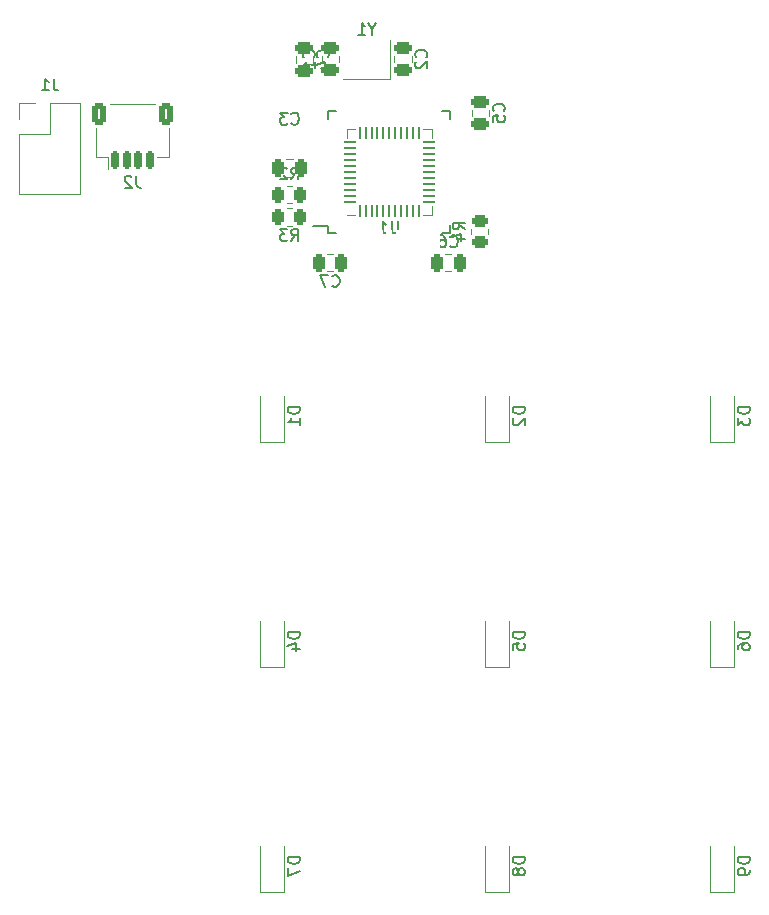
<source format=gbr>
%TF.GenerationSoftware,KiCad,Pcbnew,(6.99.0-3975-g9eb3854794)*%
%TF.CreationDate,2022-10-21T11:16:23+02:00*%
%TF.ProjectId,PCB Template,50434220-5465-46d7-906c-6174652e6b69,rev?*%
%TF.SameCoordinates,Original*%
%TF.FileFunction,Legend,Bot*%
%TF.FilePolarity,Positive*%
%FSLAX46Y46*%
G04 Gerber Fmt 4.6, Leading zero omitted, Abs format (unit mm)*
G04 Created by KiCad (PCBNEW (6.99.0-3975-g9eb3854794)) date 2022-10-21 11:16:23*
%MOMM*%
%LPD*%
G01*
G04 APERTURE LIST*
G04 Aperture macros list*
%AMRoundRect*
0 Rectangle with rounded corners*
0 $1 Rounding radius*
0 $2 $3 $4 $5 $6 $7 $8 $9 X,Y pos of 4 corners*
0 Add a 4 corners polygon primitive as box body*
4,1,4,$2,$3,$4,$5,$6,$7,$8,$9,$2,$3,0*
0 Add four circle primitives for the rounded corners*
1,1,$1+$1,$2,$3*
1,1,$1+$1,$4,$5*
1,1,$1+$1,$6,$7*
1,1,$1+$1,$8,$9*
0 Add four rect primitives between the rounded corners*
20,1,$1+$1,$2,$3,$4,$5,0*
20,1,$1+$1,$4,$5,$6,$7,0*
20,1,$1+$1,$6,$7,$8,$9,0*
20,1,$1+$1,$8,$9,$2,$3,0*%
%AMHorizOval*
0 Thick line with rounded ends*
0 $1 width*
0 $2 $3 position (X,Y) of the first rounded end (center of the circle)*
0 $4 $5 position (X,Y) of the second rounded end (center of the circle)*
0 Add line between two ends*
20,1,$1,$2,$3,$4,$5,0*
0 Add two circle primitives to create the rounded ends*
1,1,$1,$2,$3*
1,1,$1,$4,$5*%
G04 Aperture macros list end*
%ADD10C,0.150000*%
%ADD11C,0.120000*%
%ADD12C,1.750000*%
%ADD13C,3.987800*%
%ADD14HorizOval,2.250000X0.655001X0.730000X-0.655001X-0.730000X0*%
%ADD15C,2.250000*%
%ADD16HorizOval,2.250000X0.020000X0.290000X-0.020000X-0.290000X0*%
%ADD17C,3.500000*%
%ADD18C,3.500001*%
%ADD19RoundRect,0.150000X-0.150000X-0.625000X0.150000X-0.625000X0.150000X0.625000X-0.150000X0.625000X0*%
%ADD20RoundRect,0.250000X-0.350000X-0.650000X0.350000X-0.650000X0.350000X0.650000X-0.350000X0.650000X0*%
%ADD21R,1.200000X0.900000*%
%ADD22RoundRect,0.250000X0.250000X0.475000X-0.250000X0.475000X-0.250000X-0.475000X0.250000X-0.475000X0*%
%ADD23RoundRect,0.250000X0.475000X-0.250000X0.475000X0.250000X-0.475000X0.250000X-0.475000X-0.250000X0*%
%ADD24RoundRect,0.250000X-0.250000X-0.475000X0.250000X-0.475000X0.250000X0.475000X-0.250000X0.475000X0*%
%ADD25RoundRect,0.250000X-0.475000X0.250000X-0.475000X-0.250000X0.475000X-0.250000X0.475000X0.250000X0*%
%ADD26RoundRect,0.250000X-0.262500X-0.450000X0.262500X-0.450000X0.262500X0.450000X-0.262500X0.450000X0*%
%ADD27R,1.500000X0.550000*%
%ADD28RoundRect,0.062500X-0.475000X-0.062500X0.475000X-0.062500X0.475000X0.062500X-0.475000X0.062500X0*%
%ADD29R,0.550000X1.500000*%
%ADD30RoundRect,0.062500X-0.062500X-0.475000X0.062500X-0.475000X0.062500X0.475000X-0.062500X0.475000X0*%
%ADD31RoundRect,0.055000X-0.055000X-0.482500X0.055000X-0.482500X0.055000X0.482500X-0.055000X0.482500X0*%
%ADD32R,5.200000X5.200000*%
%ADD33RoundRect,0.250000X0.262500X0.450000X-0.262500X0.450000X-0.262500X-0.450000X0.262500X-0.450000X0*%
%ADD34R,1.700000X1.700000*%
%ADD35O,1.700000X1.700000*%
%ADD36RoundRect,0.250000X-0.450000X0.262500X-0.450000X-0.262500X0.450000X-0.262500X0.450000X0.262500X0*%
%ADD37R,1.400000X1.200000*%
G04 APERTURE END LIST*
D10*
%TO.C,J2*%
X109983333Y-68327380D02*
X109983333Y-69041666D01*
X109983333Y-69041666D02*
X110030952Y-69184523D01*
X110030952Y-69184523D02*
X110126190Y-69279761D01*
X110126190Y-69279761D02*
X110269047Y-69327380D01*
X110269047Y-69327380D02*
X110364285Y-69327380D01*
X109554761Y-68422619D02*
X109507142Y-68375000D01*
X109507142Y-68375000D02*
X109411904Y-68327380D01*
X109411904Y-68327380D02*
X109173809Y-68327380D01*
X109173809Y-68327380D02*
X109078571Y-68375000D01*
X109078571Y-68375000D02*
X109030952Y-68422619D01*
X109030952Y-68422619D02*
X108983333Y-68517857D01*
X108983333Y-68517857D02*
X108983333Y-68613095D01*
X108983333Y-68613095D02*
X109030952Y-68755952D01*
X109030952Y-68755952D02*
X109602380Y-69327380D01*
X109602380Y-69327380D02*
X108983333Y-69327380D01*
%TO.C,D6*%
X161906130Y-106974405D02*
X160906130Y-106974405D01*
X160906130Y-106974405D02*
X160906130Y-107212500D01*
X160906130Y-107212500D02*
X160953750Y-107355357D01*
X160953750Y-107355357D02*
X161048988Y-107450595D01*
X161048988Y-107450595D02*
X161144226Y-107498214D01*
X161144226Y-107498214D02*
X161334702Y-107545833D01*
X161334702Y-107545833D02*
X161477559Y-107545833D01*
X161477559Y-107545833D02*
X161668035Y-107498214D01*
X161668035Y-107498214D02*
X161763273Y-107450595D01*
X161763273Y-107450595D02*
X161858511Y-107355357D01*
X161858511Y-107355357D02*
X161906130Y-107212500D01*
X161906130Y-107212500D02*
X161906130Y-106974405D01*
X160906130Y-108402976D02*
X160906130Y-108212500D01*
X160906130Y-108212500D02*
X160953750Y-108117262D01*
X160953750Y-108117262D02*
X161001369Y-108069643D01*
X161001369Y-108069643D02*
X161144226Y-107974405D01*
X161144226Y-107974405D02*
X161334702Y-107926786D01*
X161334702Y-107926786D02*
X161715654Y-107926786D01*
X161715654Y-107926786D02*
X161810892Y-107974405D01*
X161810892Y-107974405D02*
X161858511Y-108022024D01*
X161858511Y-108022024D02*
X161906130Y-108117262D01*
X161906130Y-108117262D02*
X161906130Y-108307738D01*
X161906130Y-108307738D02*
X161858511Y-108402976D01*
X161858511Y-108402976D02*
X161810892Y-108450595D01*
X161810892Y-108450595D02*
X161715654Y-108498214D01*
X161715654Y-108498214D02*
X161477559Y-108498214D01*
X161477559Y-108498214D02*
X161382321Y-108450595D01*
X161382321Y-108450595D02*
X161334702Y-108402976D01*
X161334702Y-108402976D02*
X161287083Y-108307738D01*
X161287083Y-108307738D02*
X161287083Y-108117262D01*
X161287083Y-108117262D02*
X161334702Y-108022024D01*
X161334702Y-108022024D02*
X161382321Y-107974405D01*
X161382321Y-107974405D02*
X161477559Y-107926786D01*
%TO.C,C3*%
X123106666Y-63894642D02*
X123154285Y-63942261D01*
X123154285Y-63942261D02*
X123297142Y-63989880D01*
X123297142Y-63989880D02*
X123392380Y-63989880D01*
X123392380Y-63989880D02*
X123535237Y-63942261D01*
X123535237Y-63942261D02*
X123630475Y-63847023D01*
X123630475Y-63847023D02*
X123678094Y-63751785D01*
X123678094Y-63751785D02*
X123725713Y-63561309D01*
X123725713Y-63561309D02*
X123725713Y-63418452D01*
X123725713Y-63418452D02*
X123678094Y-63227976D01*
X123678094Y-63227976D02*
X123630475Y-63132738D01*
X123630475Y-63132738D02*
X123535237Y-63037500D01*
X123535237Y-63037500D02*
X123392380Y-62989880D01*
X123392380Y-62989880D02*
X123297142Y-62989880D01*
X123297142Y-62989880D02*
X123154285Y-63037500D01*
X123154285Y-63037500D02*
X123106666Y-63085119D01*
X122773332Y-62989880D02*
X122154285Y-62989880D01*
X122154285Y-62989880D02*
X122487618Y-63370833D01*
X122487618Y-63370833D02*
X122344761Y-63370833D01*
X122344761Y-63370833D02*
X122249523Y-63418452D01*
X122249523Y-63418452D02*
X122201904Y-63466071D01*
X122201904Y-63466071D02*
X122154285Y-63561309D01*
X122154285Y-63561309D02*
X122154285Y-63799404D01*
X122154285Y-63799404D02*
X122201904Y-63894642D01*
X122201904Y-63894642D02*
X122249523Y-63942261D01*
X122249523Y-63942261D02*
X122344761Y-63989880D01*
X122344761Y-63989880D02*
X122630475Y-63989880D01*
X122630475Y-63989880D02*
X122725713Y-63942261D01*
X122725713Y-63942261D02*
X122773332Y-63894642D01*
%TO.C,C2*%
X134502142Y-58285833D02*
X134549761Y-58238214D01*
X134549761Y-58238214D02*
X134597380Y-58095357D01*
X134597380Y-58095357D02*
X134597380Y-58000119D01*
X134597380Y-58000119D02*
X134549761Y-57857262D01*
X134549761Y-57857262D02*
X134454523Y-57762024D01*
X134454523Y-57762024D02*
X134359285Y-57714405D01*
X134359285Y-57714405D02*
X134168809Y-57666786D01*
X134168809Y-57666786D02*
X134025952Y-57666786D01*
X134025952Y-57666786D02*
X133835476Y-57714405D01*
X133835476Y-57714405D02*
X133740238Y-57762024D01*
X133740238Y-57762024D02*
X133645000Y-57857262D01*
X133645000Y-57857262D02*
X133597380Y-58000119D01*
X133597380Y-58000119D02*
X133597380Y-58095357D01*
X133597380Y-58095357D02*
X133645000Y-58238214D01*
X133645000Y-58238214D02*
X133692619Y-58285833D01*
X133692619Y-58666786D02*
X133645000Y-58714405D01*
X133645000Y-58714405D02*
X133597380Y-58809643D01*
X133597380Y-58809643D02*
X133597380Y-59047738D01*
X133597380Y-59047738D02*
X133645000Y-59142976D01*
X133645000Y-59142976D02*
X133692619Y-59190595D01*
X133692619Y-59190595D02*
X133787857Y-59238214D01*
X133787857Y-59238214D02*
X133883095Y-59238214D01*
X133883095Y-59238214D02*
X134025952Y-59190595D01*
X134025952Y-59190595D02*
X134597380Y-58619167D01*
X134597380Y-58619167D02*
X134597380Y-59238214D01*
%TO.C,D5*%
X142856130Y-106974405D02*
X141856130Y-106974405D01*
X141856130Y-106974405D02*
X141856130Y-107212500D01*
X141856130Y-107212500D02*
X141903750Y-107355357D01*
X141903750Y-107355357D02*
X141998988Y-107450595D01*
X141998988Y-107450595D02*
X142094226Y-107498214D01*
X142094226Y-107498214D02*
X142284702Y-107545833D01*
X142284702Y-107545833D02*
X142427559Y-107545833D01*
X142427559Y-107545833D02*
X142618035Y-107498214D01*
X142618035Y-107498214D02*
X142713273Y-107450595D01*
X142713273Y-107450595D02*
X142808511Y-107355357D01*
X142808511Y-107355357D02*
X142856130Y-107212500D01*
X142856130Y-107212500D02*
X142856130Y-106974405D01*
X141856130Y-108450595D02*
X141856130Y-107974405D01*
X141856130Y-107974405D02*
X142332321Y-107926786D01*
X142332321Y-107926786D02*
X142284702Y-107974405D01*
X142284702Y-107974405D02*
X142237083Y-108069643D01*
X142237083Y-108069643D02*
X142237083Y-108307738D01*
X142237083Y-108307738D02*
X142284702Y-108402976D01*
X142284702Y-108402976D02*
X142332321Y-108450595D01*
X142332321Y-108450595D02*
X142427559Y-108498214D01*
X142427559Y-108498214D02*
X142665654Y-108498214D01*
X142665654Y-108498214D02*
X142760892Y-108450595D01*
X142760892Y-108450595D02*
X142808511Y-108402976D01*
X142808511Y-108402976D02*
X142856130Y-108307738D01*
X142856130Y-108307738D02*
X142856130Y-108069643D01*
X142856130Y-108069643D02*
X142808511Y-107974405D01*
X142808511Y-107974405D02*
X142760892Y-107926786D01*
%TO.C,C7*%
X126556666Y-77644642D02*
X126604285Y-77692261D01*
X126604285Y-77692261D02*
X126747142Y-77739880D01*
X126747142Y-77739880D02*
X126842380Y-77739880D01*
X126842380Y-77739880D02*
X126985237Y-77692261D01*
X126985237Y-77692261D02*
X127080475Y-77597023D01*
X127080475Y-77597023D02*
X127128094Y-77501785D01*
X127128094Y-77501785D02*
X127175713Y-77311309D01*
X127175713Y-77311309D02*
X127175713Y-77168452D01*
X127175713Y-77168452D02*
X127128094Y-76977976D01*
X127128094Y-76977976D02*
X127080475Y-76882738D01*
X127080475Y-76882738D02*
X126985237Y-76787500D01*
X126985237Y-76787500D02*
X126842380Y-76739880D01*
X126842380Y-76739880D02*
X126747142Y-76739880D01*
X126747142Y-76739880D02*
X126604285Y-76787500D01*
X126604285Y-76787500D02*
X126556666Y-76835119D01*
X126223332Y-76739880D02*
X125556666Y-76739880D01*
X125556666Y-76739880D02*
X125985237Y-77739880D01*
%TO.C,C1*%
X124982142Y-58285833D02*
X125029761Y-58238214D01*
X125029761Y-58238214D02*
X125077380Y-58095357D01*
X125077380Y-58095357D02*
X125077380Y-58000119D01*
X125077380Y-58000119D02*
X125029761Y-57857262D01*
X125029761Y-57857262D02*
X124934523Y-57762024D01*
X124934523Y-57762024D02*
X124839285Y-57714405D01*
X124839285Y-57714405D02*
X124648809Y-57666786D01*
X124648809Y-57666786D02*
X124505952Y-57666786D01*
X124505952Y-57666786D02*
X124315476Y-57714405D01*
X124315476Y-57714405D02*
X124220238Y-57762024D01*
X124220238Y-57762024D02*
X124125000Y-57857262D01*
X124125000Y-57857262D02*
X124077380Y-58000119D01*
X124077380Y-58000119D02*
X124077380Y-58095357D01*
X124077380Y-58095357D02*
X124125000Y-58238214D01*
X124125000Y-58238214D02*
X124172619Y-58285833D01*
X125077380Y-59238214D02*
X125077380Y-58666786D01*
X125077380Y-58952500D02*
X124077380Y-58952500D01*
X124077380Y-58952500D02*
X124220238Y-58857262D01*
X124220238Y-58857262D02*
X124315476Y-58762024D01*
X124315476Y-58762024D02*
X124363095Y-58666786D01*
%TO.C,C6*%
X136556666Y-74284642D02*
X136604285Y-74332261D01*
X136604285Y-74332261D02*
X136747142Y-74379880D01*
X136747142Y-74379880D02*
X136842380Y-74379880D01*
X136842380Y-74379880D02*
X136985237Y-74332261D01*
X136985237Y-74332261D02*
X137080475Y-74237023D01*
X137080475Y-74237023D02*
X137128094Y-74141785D01*
X137128094Y-74141785D02*
X137175713Y-73951309D01*
X137175713Y-73951309D02*
X137175713Y-73808452D01*
X137175713Y-73808452D02*
X137128094Y-73617976D01*
X137128094Y-73617976D02*
X137080475Y-73522738D01*
X137080475Y-73522738D02*
X136985237Y-73427500D01*
X136985237Y-73427500D02*
X136842380Y-73379880D01*
X136842380Y-73379880D02*
X136747142Y-73379880D01*
X136747142Y-73379880D02*
X136604285Y-73427500D01*
X136604285Y-73427500D02*
X136556666Y-73475119D01*
X135699523Y-73379880D02*
X135889999Y-73379880D01*
X135889999Y-73379880D02*
X135985237Y-73427500D01*
X135985237Y-73427500D02*
X136032856Y-73475119D01*
X136032856Y-73475119D02*
X136128094Y-73617976D01*
X136128094Y-73617976D02*
X136175713Y-73808452D01*
X136175713Y-73808452D02*
X136175713Y-74189404D01*
X136175713Y-74189404D02*
X136128094Y-74284642D01*
X136128094Y-74284642D02*
X136080475Y-74332261D01*
X136080475Y-74332261D02*
X135985237Y-74379880D01*
X135985237Y-74379880D02*
X135794761Y-74379880D01*
X135794761Y-74379880D02*
X135699523Y-74332261D01*
X135699523Y-74332261D02*
X135651904Y-74284642D01*
X135651904Y-74284642D02*
X135604285Y-74189404D01*
X135604285Y-74189404D02*
X135604285Y-73951309D01*
X135604285Y-73951309D02*
X135651904Y-73856071D01*
X135651904Y-73856071D02*
X135699523Y-73808452D01*
X135699523Y-73808452D02*
X135794761Y-73760833D01*
X135794761Y-73760833D02*
X135985237Y-73760833D01*
X135985237Y-73760833D02*
X136080475Y-73808452D01*
X136080475Y-73808452D02*
X136128094Y-73856071D01*
X136128094Y-73856071D02*
X136175713Y-73951309D01*
%TO.C,R3*%
X123086666Y-73839880D02*
X123419999Y-73363690D01*
X123658094Y-73839880D02*
X123658094Y-72839880D01*
X123658094Y-72839880D02*
X123277142Y-72839880D01*
X123277142Y-72839880D02*
X123181904Y-72887500D01*
X123181904Y-72887500D02*
X123134285Y-72935119D01*
X123134285Y-72935119D02*
X123086666Y-73030357D01*
X123086666Y-73030357D02*
X123086666Y-73173214D01*
X123086666Y-73173214D02*
X123134285Y-73268452D01*
X123134285Y-73268452D02*
X123181904Y-73316071D01*
X123181904Y-73316071D02*
X123277142Y-73363690D01*
X123277142Y-73363690D02*
X123658094Y-73363690D01*
X122753332Y-72839880D02*
X122134285Y-72839880D01*
X122134285Y-72839880D02*
X122467618Y-73220833D01*
X122467618Y-73220833D02*
X122324761Y-73220833D01*
X122324761Y-73220833D02*
X122229523Y-73268452D01*
X122229523Y-73268452D02*
X122181904Y-73316071D01*
X122181904Y-73316071D02*
X122134285Y-73411309D01*
X122134285Y-73411309D02*
X122134285Y-73649404D01*
X122134285Y-73649404D02*
X122181904Y-73744642D01*
X122181904Y-73744642D02*
X122229523Y-73792261D01*
X122229523Y-73792261D02*
X122324761Y-73839880D01*
X122324761Y-73839880D02*
X122610475Y-73839880D01*
X122610475Y-73839880D02*
X122705713Y-73792261D01*
X122705713Y-73792261D02*
X122753332Y-73744642D01*
%TO.C,U1*%
X132151904Y-72197380D02*
X132151904Y-73006904D01*
X132151904Y-73006904D02*
X132104285Y-73102142D01*
X132104285Y-73102142D02*
X132056666Y-73149761D01*
X132056666Y-73149761D02*
X131961428Y-73197380D01*
X131961428Y-73197380D02*
X131770952Y-73197380D01*
X131770952Y-73197380D02*
X131675714Y-73149761D01*
X131675714Y-73149761D02*
X131628095Y-73102142D01*
X131628095Y-73102142D02*
X131580476Y-73006904D01*
X131580476Y-73006904D02*
X131580476Y-72197380D01*
X130580476Y-73197380D02*
X131151904Y-73197380D01*
X130866190Y-73197380D02*
X130866190Y-72197380D01*
X130866190Y-72197380D02*
X130961428Y-72340238D01*
X130961428Y-72340238D02*
X131056666Y-72435476D01*
X131056666Y-72435476D02*
X131151904Y-72483095D01*
%TO.C,D7*%
X123806130Y-126024405D02*
X122806130Y-126024405D01*
X122806130Y-126024405D02*
X122806130Y-126262500D01*
X122806130Y-126262500D02*
X122853750Y-126405357D01*
X122853750Y-126405357D02*
X122948988Y-126500595D01*
X122948988Y-126500595D02*
X123044226Y-126548214D01*
X123044226Y-126548214D02*
X123234702Y-126595833D01*
X123234702Y-126595833D02*
X123377559Y-126595833D01*
X123377559Y-126595833D02*
X123568035Y-126548214D01*
X123568035Y-126548214D02*
X123663273Y-126500595D01*
X123663273Y-126500595D02*
X123758511Y-126405357D01*
X123758511Y-126405357D02*
X123806130Y-126262500D01*
X123806130Y-126262500D02*
X123806130Y-126024405D01*
X122806130Y-126929167D02*
X122806130Y-127595833D01*
X122806130Y-127595833D02*
X123806130Y-127167262D01*
%TO.C,D4*%
X123806130Y-106974405D02*
X122806130Y-106974405D01*
X122806130Y-106974405D02*
X122806130Y-107212500D01*
X122806130Y-107212500D02*
X122853750Y-107355357D01*
X122853750Y-107355357D02*
X122948988Y-107450595D01*
X122948988Y-107450595D02*
X123044226Y-107498214D01*
X123044226Y-107498214D02*
X123234702Y-107545833D01*
X123234702Y-107545833D02*
X123377559Y-107545833D01*
X123377559Y-107545833D02*
X123568035Y-107498214D01*
X123568035Y-107498214D02*
X123663273Y-107450595D01*
X123663273Y-107450595D02*
X123758511Y-107355357D01*
X123758511Y-107355357D02*
X123806130Y-107212500D01*
X123806130Y-107212500D02*
X123806130Y-106974405D01*
X123139464Y-108402976D02*
X123806130Y-108402976D01*
X122758511Y-108164881D02*
X123472797Y-107926786D01*
X123472797Y-107926786D02*
X123472797Y-108545833D01*
%TO.C,R2*%
X123086666Y-68639880D02*
X123419999Y-68163690D01*
X123658094Y-68639880D02*
X123658094Y-67639880D01*
X123658094Y-67639880D02*
X123277142Y-67639880D01*
X123277142Y-67639880D02*
X123181904Y-67687500D01*
X123181904Y-67687500D02*
X123134285Y-67735119D01*
X123134285Y-67735119D02*
X123086666Y-67830357D01*
X123086666Y-67830357D02*
X123086666Y-67973214D01*
X123086666Y-67973214D02*
X123134285Y-68068452D01*
X123134285Y-68068452D02*
X123181904Y-68116071D01*
X123181904Y-68116071D02*
X123277142Y-68163690D01*
X123277142Y-68163690D02*
X123658094Y-68163690D01*
X122705713Y-67735119D02*
X122658094Y-67687500D01*
X122658094Y-67687500D02*
X122562856Y-67639880D01*
X122562856Y-67639880D02*
X122324761Y-67639880D01*
X122324761Y-67639880D02*
X122229523Y-67687500D01*
X122229523Y-67687500D02*
X122181904Y-67735119D01*
X122181904Y-67735119D02*
X122134285Y-67830357D01*
X122134285Y-67830357D02*
X122134285Y-67925595D01*
X122134285Y-67925595D02*
X122181904Y-68068452D01*
X122181904Y-68068452D02*
X122753332Y-68639880D01*
X122753332Y-68639880D02*
X122134285Y-68639880D01*
%TO.C,D2*%
X142856130Y-87924405D02*
X141856130Y-87924405D01*
X141856130Y-87924405D02*
X141856130Y-88162500D01*
X141856130Y-88162500D02*
X141903750Y-88305357D01*
X141903750Y-88305357D02*
X141998988Y-88400595D01*
X141998988Y-88400595D02*
X142094226Y-88448214D01*
X142094226Y-88448214D02*
X142284702Y-88495833D01*
X142284702Y-88495833D02*
X142427559Y-88495833D01*
X142427559Y-88495833D02*
X142618035Y-88448214D01*
X142618035Y-88448214D02*
X142713273Y-88400595D01*
X142713273Y-88400595D02*
X142808511Y-88305357D01*
X142808511Y-88305357D02*
X142856130Y-88162500D01*
X142856130Y-88162500D02*
X142856130Y-87924405D01*
X141951369Y-88876786D02*
X141903750Y-88924405D01*
X141903750Y-88924405D02*
X141856130Y-89019643D01*
X141856130Y-89019643D02*
X141856130Y-89257738D01*
X141856130Y-89257738D02*
X141903750Y-89352976D01*
X141903750Y-89352976D02*
X141951369Y-89400595D01*
X141951369Y-89400595D02*
X142046607Y-89448214D01*
X142046607Y-89448214D02*
X142141845Y-89448214D01*
X142141845Y-89448214D02*
X142284702Y-89400595D01*
X142284702Y-89400595D02*
X142856130Y-88829167D01*
X142856130Y-88829167D02*
X142856130Y-89448214D01*
%TO.C,J1*%
X102973333Y-60102380D02*
X102973333Y-60816666D01*
X102973333Y-60816666D02*
X103020952Y-60959523D01*
X103020952Y-60959523D02*
X103116190Y-61054761D01*
X103116190Y-61054761D02*
X103259047Y-61102380D01*
X103259047Y-61102380D02*
X103354285Y-61102380D01*
X101973333Y-61102380D02*
X102544761Y-61102380D01*
X102259047Y-61102380D02*
X102259047Y-60102380D01*
X102259047Y-60102380D02*
X102354285Y-60245238D01*
X102354285Y-60245238D02*
X102449523Y-60340476D01*
X102449523Y-60340476D02*
X102544761Y-60388095D01*
%TO.C,D8*%
X142856130Y-126024405D02*
X141856130Y-126024405D01*
X141856130Y-126024405D02*
X141856130Y-126262500D01*
X141856130Y-126262500D02*
X141903750Y-126405357D01*
X141903750Y-126405357D02*
X141998988Y-126500595D01*
X141998988Y-126500595D02*
X142094226Y-126548214D01*
X142094226Y-126548214D02*
X142284702Y-126595833D01*
X142284702Y-126595833D02*
X142427559Y-126595833D01*
X142427559Y-126595833D02*
X142618035Y-126548214D01*
X142618035Y-126548214D02*
X142713273Y-126500595D01*
X142713273Y-126500595D02*
X142808511Y-126405357D01*
X142808511Y-126405357D02*
X142856130Y-126262500D01*
X142856130Y-126262500D02*
X142856130Y-126024405D01*
X142284702Y-127167262D02*
X142237083Y-127072024D01*
X142237083Y-127072024D02*
X142189464Y-127024405D01*
X142189464Y-127024405D02*
X142094226Y-126976786D01*
X142094226Y-126976786D02*
X142046607Y-126976786D01*
X142046607Y-126976786D02*
X141951369Y-127024405D01*
X141951369Y-127024405D02*
X141903750Y-127072024D01*
X141903750Y-127072024D02*
X141856130Y-127167262D01*
X141856130Y-127167262D02*
X141856130Y-127357738D01*
X141856130Y-127357738D02*
X141903750Y-127452976D01*
X141903750Y-127452976D02*
X141951369Y-127500595D01*
X141951369Y-127500595D02*
X142046607Y-127548214D01*
X142046607Y-127548214D02*
X142094226Y-127548214D01*
X142094226Y-127548214D02*
X142189464Y-127500595D01*
X142189464Y-127500595D02*
X142237083Y-127452976D01*
X142237083Y-127452976D02*
X142284702Y-127357738D01*
X142284702Y-127357738D02*
X142284702Y-127167262D01*
X142284702Y-127167262D02*
X142332321Y-127072024D01*
X142332321Y-127072024D02*
X142379940Y-127024405D01*
X142379940Y-127024405D02*
X142475178Y-126976786D01*
X142475178Y-126976786D02*
X142665654Y-126976786D01*
X142665654Y-126976786D02*
X142760892Y-127024405D01*
X142760892Y-127024405D02*
X142808511Y-127072024D01*
X142808511Y-127072024D02*
X142856130Y-127167262D01*
X142856130Y-127167262D02*
X142856130Y-127357738D01*
X142856130Y-127357738D02*
X142808511Y-127452976D01*
X142808511Y-127452976D02*
X142760892Y-127500595D01*
X142760892Y-127500595D02*
X142665654Y-127548214D01*
X142665654Y-127548214D02*
X142475178Y-127548214D01*
X142475178Y-127548214D02*
X142379940Y-127500595D01*
X142379940Y-127500595D02*
X142332321Y-127452976D01*
X142332321Y-127452976D02*
X142284702Y-127357738D01*
%TO.C,R4*%
X137757380Y-72865833D02*
X137281190Y-72532500D01*
X137757380Y-72294405D02*
X136757380Y-72294405D01*
X136757380Y-72294405D02*
X136757380Y-72675357D01*
X136757380Y-72675357D02*
X136805000Y-72770595D01*
X136805000Y-72770595D02*
X136852619Y-72818214D01*
X136852619Y-72818214D02*
X136947857Y-72865833D01*
X136947857Y-72865833D02*
X137090714Y-72865833D01*
X137090714Y-72865833D02*
X137185952Y-72818214D01*
X137185952Y-72818214D02*
X137233571Y-72770595D01*
X137233571Y-72770595D02*
X137281190Y-72675357D01*
X137281190Y-72675357D02*
X137281190Y-72294405D01*
X137090714Y-73722976D02*
X137757380Y-73722976D01*
X136709761Y-73484881D02*
X137424047Y-73246786D01*
X137424047Y-73246786D02*
X137424047Y-73865833D01*
%TO.C,D9*%
X161906130Y-126024405D02*
X160906130Y-126024405D01*
X160906130Y-126024405D02*
X160906130Y-126262500D01*
X160906130Y-126262500D02*
X160953750Y-126405357D01*
X160953750Y-126405357D02*
X161048988Y-126500595D01*
X161048988Y-126500595D02*
X161144226Y-126548214D01*
X161144226Y-126548214D02*
X161334702Y-126595833D01*
X161334702Y-126595833D02*
X161477559Y-126595833D01*
X161477559Y-126595833D02*
X161668035Y-126548214D01*
X161668035Y-126548214D02*
X161763273Y-126500595D01*
X161763273Y-126500595D02*
X161858511Y-126405357D01*
X161858511Y-126405357D02*
X161906130Y-126262500D01*
X161906130Y-126262500D02*
X161906130Y-126024405D01*
X161906130Y-127072024D02*
X161906130Y-127262500D01*
X161906130Y-127262500D02*
X161858511Y-127357738D01*
X161858511Y-127357738D02*
X161810892Y-127405357D01*
X161810892Y-127405357D02*
X161668035Y-127500595D01*
X161668035Y-127500595D02*
X161477559Y-127548214D01*
X161477559Y-127548214D02*
X161096607Y-127548214D01*
X161096607Y-127548214D02*
X161001369Y-127500595D01*
X161001369Y-127500595D02*
X160953750Y-127452976D01*
X160953750Y-127452976D02*
X160906130Y-127357738D01*
X160906130Y-127357738D02*
X160906130Y-127167262D01*
X160906130Y-127167262D02*
X160953750Y-127072024D01*
X160953750Y-127072024D02*
X161001369Y-127024405D01*
X161001369Y-127024405D02*
X161096607Y-126976786D01*
X161096607Y-126976786D02*
X161334702Y-126976786D01*
X161334702Y-126976786D02*
X161429940Y-127024405D01*
X161429940Y-127024405D02*
X161477559Y-127072024D01*
X161477559Y-127072024D02*
X161525178Y-127167262D01*
X161525178Y-127167262D02*
X161525178Y-127357738D01*
X161525178Y-127357738D02*
X161477559Y-127452976D01*
X161477559Y-127452976D02*
X161429940Y-127500595D01*
X161429940Y-127500595D02*
X161334702Y-127548214D01*
%TO.C,C5*%
X141062142Y-62835833D02*
X141109761Y-62788214D01*
X141109761Y-62788214D02*
X141157380Y-62645357D01*
X141157380Y-62645357D02*
X141157380Y-62550119D01*
X141157380Y-62550119D02*
X141109761Y-62407262D01*
X141109761Y-62407262D02*
X141014523Y-62312024D01*
X141014523Y-62312024D02*
X140919285Y-62264405D01*
X140919285Y-62264405D02*
X140728809Y-62216786D01*
X140728809Y-62216786D02*
X140585952Y-62216786D01*
X140585952Y-62216786D02*
X140395476Y-62264405D01*
X140395476Y-62264405D02*
X140300238Y-62312024D01*
X140300238Y-62312024D02*
X140205000Y-62407262D01*
X140205000Y-62407262D02*
X140157380Y-62550119D01*
X140157380Y-62550119D02*
X140157380Y-62645357D01*
X140157380Y-62645357D02*
X140205000Y-62788214D01*
X140205000Y-62788214D02*
X140252619Y-62835833D01*
X140157380Y-63740595D02*
X140157380Y-63264405D01*
X140157380Y-63264405D02*
X140633571Y-63216786D01*
X140633571Y-63216786D02*
X140585952Y-63264405D01*
X140585952Y-63264405D02*
X140538333Y-63359643D01*
X140538333Y-63359643D02*
X140538333Y-63597738D01*
X140538333Y-63597738D02*
X140585952Y-63692976D01*
X140585952Y-63692976D02*
X140633571Y-63740595D01*
X140633571Y-63740595D02*
X140728809Y-63788214D01*
X140728809Y-63788214D02*
X140966904Y-63788214D01*
X140966904Y-63788214D02*
X141062142Y-63740595D01*
X141062142Y-63740595D02*
X141109761Y-63692976D01*
X141109761Y-63692976D02*
X141157380Y-63597738D01*
X141157380Y-63597738D02*
X141157380Y-63359643D01*
X141157380Y-63359643D02*
X141109761Y-63264405D01*
X141109761Y-63264405D02*
X141062142Y-63216786D01*
%TO.C,D1*%
X123806130Y-87924405D02*
X122806130Y-87924405D01*
X122806130Y-87924405D02*
X122806130Y-88162500D01*
X122806130Y-88162500D02*
X122853750Y-88305357D01*
X122853750Y-88305357D02*
X122948988Y-88400595D01*
X122948988Y-88400595D02*
X123044226Y-88448214D01*
X123044226Y-88448214D02*
X123234702Y-88495833D01*
X123234702Y-88495833D02*
X123377559Y-88495833D01*
X123377559Y-88495833D02*
X123568035Y-88448214D01*
X123568035Y-88448214D02*
X123663273Y-88400595D01*
X123663273Y-88400595D02*
X123758511Y-88305357D01*
X123758511Y-88305357D02*
X123806130Y-88162500D01*
X123806130Y-88162500D02*
X123806130Y-87924405D01*
X123806130Y-89448214D02*
X123806130Y-88876786D01*
X123806130Y-89162500D02*
X122806130Y-89162500D01*
X122806130Y-89162500D02*
X122948988Y-89067262D01*
X122948988Y-89067262D02*
X123044226Y-88972024D01*
X123044226Y-88972024D02*
X123091845Y-88876786D01*
%TO.C,D3*%
X161906130Y-87924405D02*
X160906130Y-87924405D01*
X160906130Y-87924405D02*
X160906130Y-88162500D01*
X160906130Y-88162500D02*
X160953750Y-88305357D01*
X160953750Y-88305357D02*
X161048988Y-88400595D01*
X161048988Y-88400595D02*
X161144226Y-88448214D01*
X161144226Y-88448214D02*
X161334702Y-88495833D01*
X161334702Y-88495833D02*
X161477559Y-88495833D01*
X161477559Y-88495833D02*
X161668035Y-88448214D01*
X161668035Y-88448214D02*
X161763273Y-88400595D01*
X161763273Y-88400595D02*
X161858511Y-88305357D01*
X161858511Y-88305357D02*
X161906130Y-88162500D01*
X161906130Y-88162500D02*
X161906130Y-87924405D01*
X160906130Y-88829167D02*
X160906130Y-89448214D01*
X160906130Y-89448214D02*
X161287083Y-89114881D01*
X161287083Y-89114881D02*
X161287083Y-89257738D01*
X161287083Y-89257738D02*
X161334702Y-89352976D01*
X161334702Y-89352976D02*
X161382321Y-89400595D01*
X161382321Y-89400595D02*
X161477559Y-89448214D01*
X161477559Y-89448214D02*
X161715654Y-89448214D01*
X161715654Y-89448214D02*
X161810892Y-89400595D01*
X161810892Y-89400595D02*
X161858511Y-89352976D01*
X161858511Y-89352976D02*
X161906130Y-89257738D01*
X161906130Y-89257738D02*
X161906130Y-88972024D01*
X161906130Y-88972024D02*
X161858511Y-88876786D01*
X161858511Y-88876786D02*
X161810892Y-88829167D01*
%TO.C,Y1*%
X129946190Y-55893690D02*
X129946190Y-56369880D01*
X130279523Y-55369880D02*
X129946190Y-55893690D01*
X129946190Y-55893690D02*
X129612857Y-55369880D01*
X128755714Y-56369880D02*
X129327142Y-56369880D01*
X129041428Y-56369880D02*
X129041428Y-55369880D01*
X129041428Y-55369880D02*
X129136666Y-55512738D01*
X129136666Y-55512738D02*
X129231904Y-55607976D01*
X129231904Y-55607976D02*
X129327142Y-55655595D01*
%TO.C,C4*%
X126162142Y-58315833D02*
X126209761Y-58268214D01*
X126209761Y-58268214D02*
X126257380Y-58125357D01*
X126257380Y-58125357D02*
X126257380Y-58030119D01*
X126257380Y-58030119D02*
X126209761Y-57887262D01*
X126209761Y-57887262D02*
X126114523Y-57792024D01*
X126114523Y-57792024D02*
X126019285Y-57744405D01*
X126019285Y-57744405D02*
X125828809Y-57696786D01*
X125828809Y-57696786D02*
X125685952Y-57696786D01*
X125685952Y-57696786D02*
X125495476Y-57744405D01*
X125495476Y-57744405D02*
X125400238Y-57792024D01*
X125400238Y-57792024D02*
X125305000Y-57887262D01*
X125305000Y-57887262D02*
X125257380Y-58030119D01*
X125257380Y-58030119D02*
X125257380Y-58125357D01*
X125257380Y-58125357D02*
X125305000Y-58268214D01*
X125305000Y-58268214D02*
X125352619Y-58315833D01*
X125590714Y-59172976D02*
X126257380Y-59172976D01*
X125209761Y-58934881D02*
X125924047Y-58696786D01*
X125924047Y-58696786D02*
X125924047Y-59315833D01*
D11*
%TO.C,J2*%
X106540000Y-64265000D02*
X106540000Y-66765000D01*
X106540000Y-66765000D02*
X107590000Y-66765000D01*
X107590000Y-66765000D02*
X107590000Y-67755000D01*
X107710000Y-62295000D02*
X111590000Y-62295000D01*
X112760000Y-64265000D02*
X112760000Y-66765000D01*
X112760000Y-66765000D02*
X111710000Y-66765000D01*
%TO.C,D6*%
X158538750Y-109962500D02*
X158538750Y-106062500D01*
X160538750Y-109962500D02*
X158538750Y-109962500D01*
X160538750Y-109962500D02*
X160538750Y-106062500D01*
%TO.C,C3*%
X123201252Y-68407500D02*
X122678748Y-68407500D01*
X123201252Y-66937500D02*
X122678748Y-66937500D01*
%TO.C,C2*%
X131815000Y-58713752D02*
X131815000Y-58191248D01*
X133285000Y-58713752D02*
X133285000Y-58191248D01*
%TO.C,D5*%
X139488750Y-109962500D02*
X139488750Y-106062500D01*
X141488750Y-109962500D02*
X139488750Y-109962500D01*
X141488750Y-109962500D02*
X141488750Y-106062500D01*
%TO.C,C7*%
X126128748Y-74957500D02*
X126651252Y-74957500D01*
X126128748Y-76427500D02*
X126651252Y-76427500D01*
%TO.C,C1*%
X127125000Y-58191248D02*
X127125000Y-58713752D01*
X125655000Y-58191248D02*
X125655000Y-58713752D01*
%TO.C,C6*%
X136651252Y-76427500D02*
X136128748Y-76427500D01*
X136651252Y-74957500D02*
X136128748Y-74957500D01*
%TO.C,R3*%
X122692936Y-71087500D02*
X123147064Y-71087500D01*
X122692936Y-72557500D02*
X123147064Y-72557500D01*
D10*
%TO.C,U1*%
X126215000Y-62835000D02*
X126215000Y-63510000D01*
X126215000Y-62835000D02*
X126890000Y-62835000D01*
X126215000Y-72610000D02*
X124940000Y-72610000D01*
X126215000Y-73185000D02*
X126215000Y-72610000D01*
X126215000Y-73185000D02*
X126890000Y-73185000D01*
D11*
X127780000Y-64400000D02*
X127780000Y-65125000D01*
X128505000Y-64400000D02*
X127780000Y-64400000D01*
X128505000Y-71620000D02*
X127780000Y-71620000D01*
X134275000Y-64400000D02*
X135000000Y-64400000D01*
X134275000Y-71620000D02*
X135000000Y-71620000D01*
X135000000Y-64400000D02*
X135000000Y-65125000D01*
X135000000Y-71620000D02*
X135000000Y-70895000D01*
D10*
X136565000Y-62835000D02*
X135890000Y-62835000D01*
X136565000Y-62835000D02*
X136565000Y-63510000D01*
X136565000Y-73185000D02*
X135890000Y-73185000D01*
X136565000Y-73185000D02*
X136565000Y-72510000D01*
D11*
%TO.C,D7*%
X120438750Y-129012500D02*
X120438750Y-125112500D01*
X122438750Y-129012500D02*
X120438750Y-129012500D01*
X122438750Y-129012500D02*
X122438750Y-125112500D01*
%TO.C,D4*%
X120438750Y-109962500D02*
X120438750Y-106062500D01*
X122438750Y-109962500D02*
X120438750Y-109962500D01*
X122438750Y-109962500D02*
X122438750Y-106062500D01*
%TO.C,R2*%
X123147064Y-70657500D02*
X122692936Y-70657500D01*
X123147064Y-69187500D02*
X122692936Y-69187500D01*
%TO.C,D2*%
X139488750Y-90912500D02*
X139488750Y-87012500D01*
X141488750Y-90912500D02*
X139488750Y-90912500D01*
X141488750Y-90912500D02*
X141488750Y-87012500D01*
%TO.C,J1*%
X105240000Y-69915000D02*
X100040000Y-69915000D01*
X105240000Y-62175000D02*
X105240000Y-69915000D01*
X105240000Y-62175000D02*
X102640000Y-62175000D01*
X102640000Y-64775000D02*
X100040000Y-64775000D01*
X102640000Y-62175000D02*
X102640000Y-64775000D01*
X101370000Y-62175000D02*
X100040000Y-62175000D01*
X100040000Y-64775000D02*
X100040000Y-69915000D01*
X100040000Y-62175000D02*
X100040000Y-63505000D01*
%TO.C,D8*%
X139488750Y-129012500D02*
X139488750Y-125112500D01*
X141488750Y-129012500D02*
X139488750Y-129012500D01*
X141488750Y-129012500D02*
X141488750Y-125112500D01*
%TO.C,R4*%
X139775000Y-72805436D02*
X139775000Y-73259564D01*
X138305000Y-72805436D02*
X138305000Y-73259564D01*
%TO.C,D9*%
X158538750Y-129012500D02*
X158538750Y-125112500D01*
X160538750Y-129012500D02*
X158538750Y-129012500D01*
X160538750Y-129012500D02*
X160538750Y-125112500D01*
%TO.C,C5*%
X138375000Y-63263752D02*
X138375000Y-62741248D01*
X139845000Y-63263752D02*
X139845000Y-62741248D01*
%TO.C,D1*%
X120438750Y-90912500D02*
X120438750Y-87012500D01*
X122438750Y-90912500D02*
X120438750Y-90912500D01*
X122438750Y-90912500D02*
X122438750Y-87012500D01*
%TO.C,D3*%
X158538750Y-90912500D02*
X158538750Y-87012500D01*
X160538750Y-90912500D02*
X158538750Y-90912500D01*
X160538750Y-90912500D02*
X160538750Y-87012500D01*
%TO.C,Y1*%
X131470000Y-60102500D02*
X127470000Y-60102500D01*
X131470000Y-56802500D02*
X131470000Y-60102500D01*
%TO.C,C4*%
X123475000Y-58743752D02*
X123475000Y-58221248D01*
X124945000Y-58743752D02*
X124945000Y-58221248D01*
%TD*%
%LPC*%
D12*
%TO.C,MX4*%
X106838750Y-106362500D03*
D13*
X111918750Y-106362500D03*
D12*
X116998750Y-106362500D03*
D14*
X108763750Y-103092499D03*
D15*
X109418750Y-102362500D03*
D16*
X114438749Y-101572499D03*
D15*
X114458750Y-101282500D03*
%TD*%
D17*
%TO.C,REF\u002A\u002A*%
X147020000Y-60380000D03*
X147020000Y-72880000D03*
D18*
X161020000Y-60380000D03*
D17*
X161020000Y-72880000D03*
%TD*%
D12*
%TO.C,MX9*%
X144938750Y-125412500D03*
D13*
X150018750Y-125412500D03*
D12*
X155098750Y-125412500D03*
D14*
X146863750Y-122142499D03*
D15*
X147518750Y-121412500D03*
D16*
X152538749Y-120622499D03*
D15*
X152558750Y-120332500D03*
%TD*%
D12*
%TO.C,MX7*%
X106838750Y-125412500D03*
D13*
X111918750Y-125412500D03*
D12*
X116998750Y-125412500D03*
D14*
X108763750Y-122142499D03*
D15*
X109418750Y-121412500D03*
D16*
X114438749Y-120622499D03*
D15*
X114458750Y-120332500D03*
%TD*%
D12*
%TO.C,MX5*%
X125888750Y-106362500D03*
D13*
X130968750Y-106362500D03*
D12*
X136048750Y-106362500D03*
D14*
X127813750Y-103092499D03*
D15*
X128468750Y-102362500D03*
D16*
X133488749Y-101572499D03*
D15*
X133508750Y-101282500D03*
%TD*%
D12*
%TO.C,MX3*%
X144938750Y-87312500D03*
D13*
X150018750Y-87312500D03*
D12*
X155098750Y-87312500D03*
D14*
X146863750Y-84042499D03*
D15*
X147518750Y-83312500D03*
D16*
X152538749Y-82522499D03*
D15*
X152558750Y-82232500D03*
%TD*%
D12*
%TO.C,MX6*%
X144938750Y-106362500D03*
D13*
X150018750Y-106362500D03*
D12*
X155098750Y-106362500D03*
D14*
X146863750Y-103092499D03*
D15*
X147518750Y-102362500D03*
D16*
X152538749Y-101572499D03*
D15*
X152558750Y-101282500D03*
%TD*%
D12*
%TO.C,MX8*%
X125888750Y-125412500D03*
D13*
X130968750Y-125412500D03*
D12*
X136048750Y-125412500D03*
D14*
X127813750Y-122142499D03*
D15*
X128468750Y-121412500D03*
D16*
X133488749Y-120622499D03*
D15*
X133508750Y-120332500D03*
%TD*%
D12*
%TO.C,MX1*%
X106838750Y-87312500D03*
D13*
X111918750Y-87312500D03*
D12*
X116998750Y-87312500D03*
D14*
X108763750Y-84042499D03*
D15*
X109418750Y-83312500D03*
D16*
X114438749Y-82522499D03*
D15*
X114458750Y-82232500D03*
%TD*%
D12*
%TO.C,MX2*%
X125888750Y-87312500D03*
D13*
X130968750Y-87312500D03*
D12*
X136048750Y-87312500D03*
D14*
X127813750Y-84042499D03*
D15*
X128468750Y-83312500D03*
D16*
X133488749Y-82522499D03*
D15*
X133508750Y-82232500D03*
%TD*%
D19*
%TO.C,J2*%
X108150000Y-66980000D03*
X109150000Y-66980000D03*
X110150000Y-66980000D03*
X111150000Y-66980000D03*
D20*
X106850000Y-63105000D03*
X112450000Y-63105000D03*
%TD*%
D21*
%TO.C,D6*%
X159538749Y-109362499D03*
X159538749Y-106062499D03*
%TD*%
D22*
%TO.C,C3*%
X123890000Y-67672500D03*
X121990000Y-67672500D03*
%TD*%
D23*
%TO.C,C2*%
X132550000Y-59402500D03*
X132550000Y-57502500D03*
%TD*%
D21*
%TO.C,D5*%
X140488749Y-109362499D03*
X140488749Y-106062499D03*
%TD*%
D24*
%TO.C,C7*%
X125440000Y-75692500D03*
X127340000Y-75692500D03*
%TD*%
D25*
%TO.C,C1*%
X126390000Y-57502500D03*
X126390000Y-59402500D03*
%TD*%
D22*
%TO.C,C6*%
X137340000Y-75692500D03*
X135440000Y-75692500D03*
%TD*%
D26*
%TO.C,R3*%
X122007500Y-71822500D03*
X123832500Y-71822500D03*
%TD*%
D27*
%TO.C,U1*%
X125689999Y-72009999D03*
D28*
X128052500Y-70510000D03*
D27*
X125689999Y-71209999D03*
D28*
X128052500Y-70010000D03*
D27*
X125689999Y-70409999D03*
D28*
X128052500Y-69510000D03*
D27*
X125689999Y-69609999D03*
D28*
X128052500Y-69010000D03*
D27*
X125689999Y-68809999D03*
D28*
X128052500Y-68510000D03*
D27*
X125689999Y-68009999D03*
D28*
X128052500Y-68010000D03*
D27*
X125689999Y-67209999D03*
D28*
X128052500Y-67510000D03*
D27*
X125689999Y-66409999D03*
D28*
X128052500Y-67010000D03*
D27*
X125689999Y-65609999D03*
D28*
X128052500Y-66510000D03*
D27*
X125689999Y-64809999D03*
D28*
X128052500Y-66010000D03*
D27*
X125689999Y-64009999D03*
D28*
X128052500Y-65510000D03*
D29*
X127389999Y-62309999D03*
D30*
X128890000Y-64672500D03*
D29*
X128189999Y-62309999D03*
D30*
X129390000Y-64672500D03*
D29*
X128989999Y-62309999D03*
D30*
X129890000Y-64672500D03*
D29*
X129789999Y-62309999D03*
D30*
X130390000Y-64672500D03*
D29*
X130589999Y-62309999D03*
D30*
X130890000Y-64672500D03*
D29*
X131389999Y-62309999D03*
D30*
X131390000Y-64672500D03*
X131890000Y-64672500D03*
D29*
X132189999Y-62309999D03*
D30*
X132390000Y-64672500D03*
D29*
X132989999Y-62309999D03*
D30*
X132890000Y-64672500D03*
D29*
X133789999Y-62309999D03*
D30*
X133390000Y-64672500D03*
D29*
X134589999Y-62309999D03*
D30*
X133890000Y-64672500D03*
D29*
X135389999Y-62309999D03*
D28*
X134727500Y-65510000D03*
D27*
X137089999Y-64009999D03*
D28*
X134727500Y-66010000D03*
D27*
X137089999Y-64809999D03*
D28*
X134727500Y-66510000D03*
D27*
X137089999Y-65609999D03*
D28*
X134727500Y-67010000D03*
D27*
X137089999Y-66409999D03*
D28*
X134727500Y-67510000D03*
D27*
X137089999Y-67209999D03*
D28*
X134727500Y-68010000D03*
D27*
X137089999Y-68009999D03*
D28*
X134727500Y-68510000D03*
D27*
X137089999Y-68809999D03*
D28*
X134727500Y-69010000D03*
D27*
X137089999Y-69609999D03*
D28*
X134727500Y-69510000D03*
D27*
X137089999Y-70409999D03*
D28*
X134727500Y-70010000D03*
D27*
X137089999Y-71209999D03*
D28*
X134727500Y-70510000D03*
D27*
X137089999Y-72009999D03*
D30*
X133890000Y-71347500D03*
D29*
X135389999Y-73709999D03*
D30*
X133390000Y-71347500D03*
D29*
X134589999Y-73709999D03*
D30*
X132890000Y-71347500D03*
D29*
X133789999Y-73709999D03*
D30*
X132390000Y-71347500D03*
D29*
X132989999Y-73709999D03*
D30*
X131890000Y-71347500D03*
D29*
X132189999Y-73709999D03*
D30*
X131390000Y-71347500D03*
D29*
X131389999Y-73709999D03*
X130589999Y-73709999D03*
D30*
X130890000Y-71347500D03*
D29*
X129789999Y-73709999D03*
D30*
X130390000Y-71347500D03*
D29*
X128989999Y-73709999D03*
D30*
X129890000Y-71347500D03*
D29*
X128189999Y-73709999D03*
D31*
X129390000Y-71347500D03*
D29*
X127389999Y-73709999D03*
D30*
X128890000Y-71347500D03*
D32*
X131389999Y-68009999D03*
%TD*%
D21*
%TO.C,D7*%
X121438749Y-128412499D03*
X121438749Y-125112499D03*
%TD*%
%TO.C,D4*%
X121438749Y-109362499D03*
X121438749Y-106062499D03*
%TD*%
D33*
%TO.C,R2*%
X123832500Y-69922500D03*
X122007500Y-69922500D03*
%TD*%
D21*
%TO.C,D2*%
X140488749Y-90312499D03*
X140488749Y-87012499D03*
%TD*%
D34*
%TO.C,J1*%
X101369999Y-63504999D03*
D35*
X103909999Y-63504999D03*
X101369999Y-66044999D03*
X103909999Y-66044999D03*
X101369999Y-68584999D03*
X103909999Y-68584999D03*
%TD*%
D21*
%TO.C,D8*%
X140488749Y-128412499D03*
X140488749Y-125112499D03*
%TD*%
D36*
%TO.C,R4*%
X139040000Y-72120000D03*
X139040000Y-73945000D03*
%TD*%
D21*
%TO.C,D9*%
X159538749Y-128412499D03*
X159538749Y-125112499D03*
%TD*%
D23*
%TO.C,C5*%
X139110000Y-63952500D03*
X139110000Y-62052500D03*
%TD*%
D21*
%TO.C,D1*%
X121438749Y-90312499D03*
X121438749Y-87012499D03*
%TD*%
%TO.C,D3*%
X159538749Y-90312499D03*
X159538749Y-87012499D03*
%TD*%
D37*
%TO.C,Y1*%
X130569999Y-59302499D03*
X128369999Y-59302499D03*
X128369999Y-57602499D03*
X130569999Y-57602499D03*
%TD*%
D23*
%TO.C,C4*%
X124210000Y-59432500D03*
X124210000Y-57532500D03*
%TD*%
M02*

</source>
